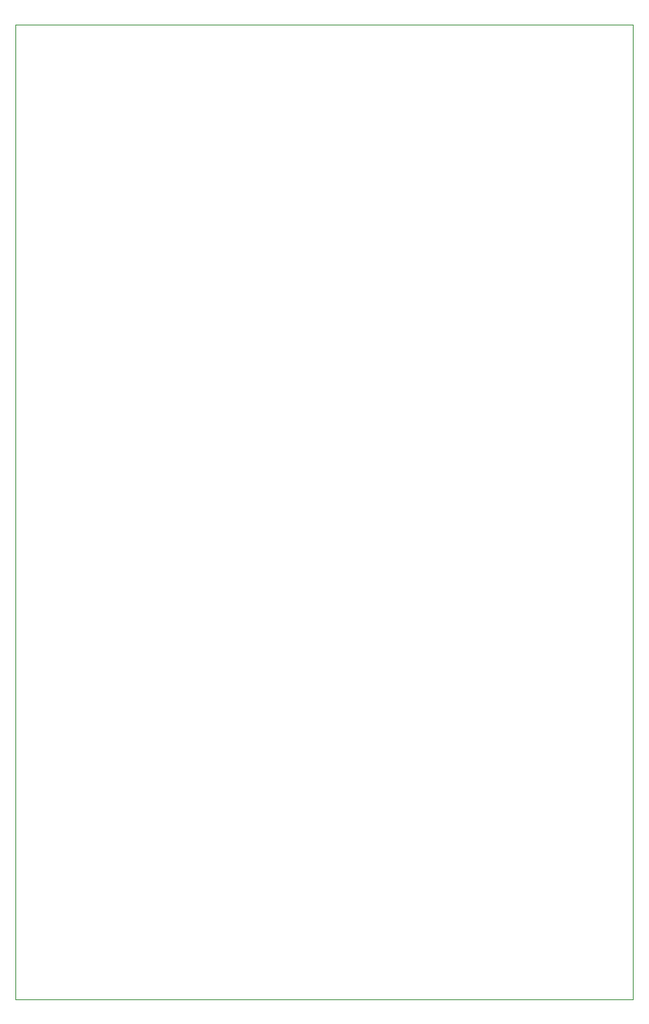
<source format=gm1>
G04 #@! TF.GenerationSoftware,KiCad,Pcbnew,8.0.3*
G04 #@! TF.CreationDate,2025-08-16T11:06:09+02:00*
G04 #@! TF.ProjectId,Pomiar_Filtrow_PCB,506f6d69-6172-45f4-9669-6c74726f775f,rev?*
G04 #@! TF.SameCoordinates,Original*
G04 #@! TF.FileFunction,Profile,NP*
%FSLAX46Y46*%
G04 Gerber Fmt 4.6, Leading zero omitted, Abs format (unit mm)*
G04 Created by KiCad (PCBNEW 8.0.3) date 2025-08-16 11:06:09*
%MOMM*%
%LPD*%
G01*
G04 APERTURE LIST*
G04 #@! TA.AperFunction,Profile*
%ADD10C,0.050000*%
G04 #@! TD*
G04 APERTURE END LIST*
D10*
X87300000Y-57100000D02*
X155200000Y-57100000D01*
X155200000Y-164275000D01*
X87300000Y-164275000D01*
X87300000Y-57100000D01*
M02*

</source>
